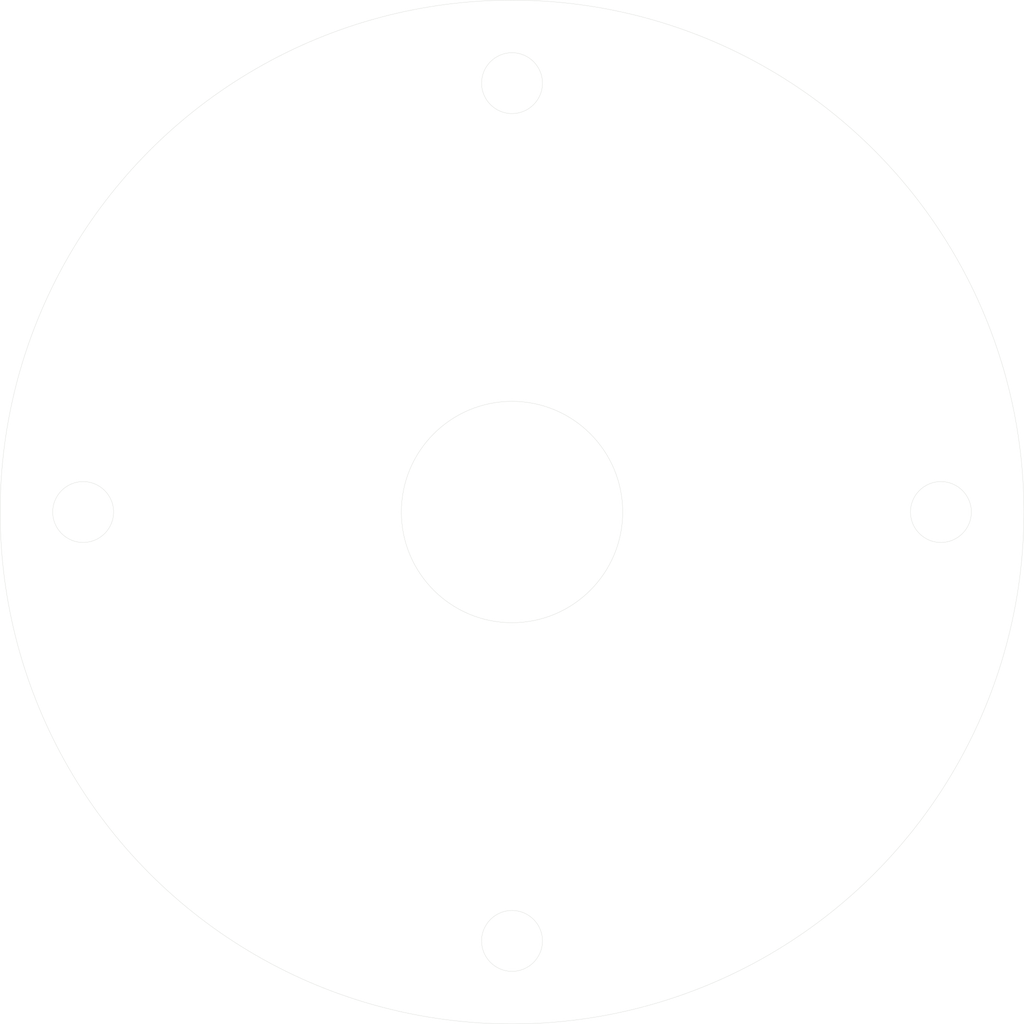
<source format=kicad_pcb>
(kicad_pcb (version 20171130) (host pcbnew "(5.1.9)-1")

  (general
    (thickness 1.6)
    (drawings 6)
    (tracks 0)
    (zones 0)
    (modules 0)
    (nets 1)
  )

  (page A3)
  (title_block
    (title "MARTLET IV AVIONICS")
    (date 2021-01-30)
    (rev 0.1)
    (company "CAMBRIDGE UNIVERSITY SPACEFLIGHT")
    (comment 4 "Drawn by Henry Franks")
  )

  (layers
    (0 F.Cu signal)
    (31 B.Cu signal)
    (32 B.Adhes user)
    (33 F.Adhes user)
    (34 B.Paste user)
    (35 F.Paste user)
    (36 B.SilkS user)
    (37 F.SilkS user)
    (38 B.Mask user)
    (39 F.Mask user)
    (40 Dwgs.User user)
    (41 Cmts.User user)
    (42 Eco1.User user)
    (43 Eco2.User user)
    (44 Edge.Cuts user)
    (45 Margin user)
    (46 B.CrtYd user)
    (47 F.CrtYd user)
    (48 B.Fab user)
    (49 F.Fab user)
  )

  (setup
    (last_trace_width 0.25)
    (trace_clearance 0.2)
    (zone_clearance 0.508)
    (zone_45_only no)
    (trace_min 0.2)
    (via_size 0.8)
    (via_drill 0.4)
    (via_min_size 0.4)
    (via_min_drill 0.3)
    (uvia_size 0.3)
    (uvia_drill 0.1)
    (uvias_allowed no)
    (uvia_min_size 0.2)
    (uvia_min_drill 0.1)
    (edge_width 0.05)
    (segment_width 0.2)
    (pcb_text_width 0.3)
    (pcb_text_size 1.5 1.5)
    (mod_edge_width 0.12)
    (mod_text_size 1 1)
    (mod_text_width 0.15)
    (pad_size 1.524 1.524)
    (pad_drill 0.762)
    (pad_to_mask_clearance 0)
    (aux_axis_origin 0 0)
    (grid_origin 210 148.5)
    (visible_elements FFFFFF7F)
    (pcbplotparams
      (layerselection 0x010fc_ffffffff)
      (usegerberextensions false)
      (usegerberattributes true)
      (usegerberadvancedattributes true)
      (creategerberjobfile true)
      (excludeedgelayer true)
      (linewidth 0.100000)
      (plotframeref false)
      (viasonmask false)
      (mode 1)
      (useauxorigin false)
      (hpglpennumber 1)
      (hpglpenspeed 20)
      (hpglpendiameter 15.000000)
      (psnegative false)
      (psa4output false)
      (plotreference true)
      (plotvalue true)
      (plotinvisibletext false)
      (padsonsilk false)
      (subtractmaskfromsilk false)
      (outputformat 1)
      (mirror false)
      (drillshape 1)
      (scaleselection 1)
      (outputdirectory ""))
  )

  (net 0 "")

  (net_class Default "This is the default net class."
    (clearance 0.2)
    (trace_width 0.25)
    (via_dia 0.8)
    (via_drill 0.4)
    (uvia_dia 0.3)
    (uvia_drill 0.1)
  )

  (gr_circle (center 132.5 148.5) (end 138 148.5) (layer Edge.Cuts) (width 0.05) (tstamp 60159200))
  (gr_circle (center 287.5 148.5) (end 293 148.5) (layer Edge.Cuts) (width 0.05) (tstamp 60159200))
  (gr_circle (center 210 71) (end 215.5 71) (layer Edge.Cuts) (width 0.05) (tstamp 601591D3))
  (gr_circle (center 210 226) (end 215.5 226) (layer Edge.Cuts) (width 0.05))
  (gr_circle (center 210 148.5) (end 230 148.5) (layer Edge.Cuts) (width 0.05))
  (gr_circle (center 210 148.5) (end 302.5 148.5) (layer Edge.Cuts) (width 0.05))

)

</source>
